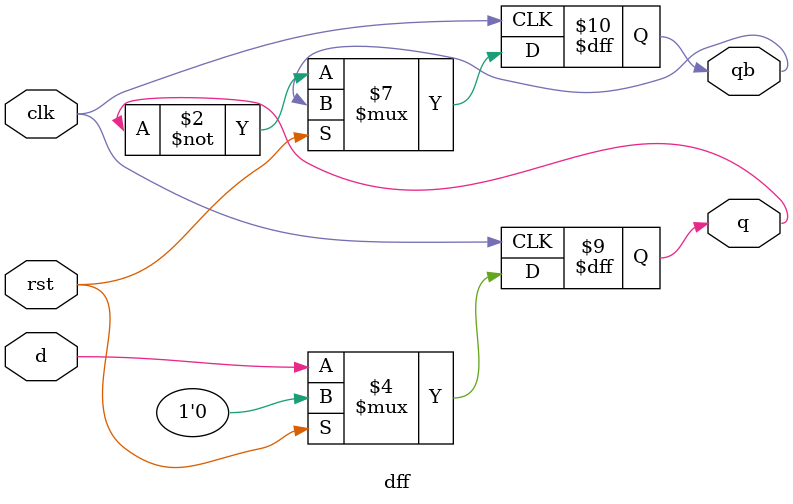
<source format=sv>
module dff(d,clk,rst,q,qb);
  input d,clk,rst;
  output reg q,qb;
  always@(posedge clk)
    begin
    if(rst)
      q <= 1'b0;
  else
    begin
      q <= d;
      qb <= ~q;
    end
    end
endmodule

</source>
